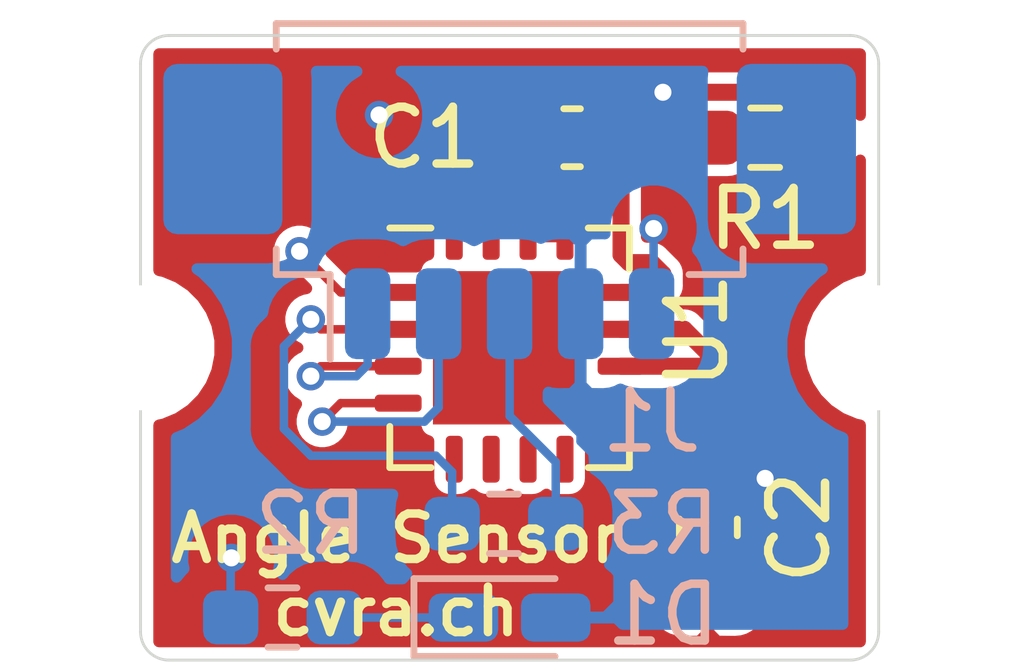
<source format=kicad_pcb>
(kicad_pcb (version 20171130) (host pcbnew 5.1.10)

  (general
    (thickness 1.6)
    (drawings 9)
    (tracks 67)
    (zones 0)
    (modules 10)
    (nets 16)
  )

  (page A4)
  (layers
    (0 F.Cu signal)
    (31 B.Cu signal)
    (32 B.Adhes user)
    (33 F.Adhes user)
    (34 B.Paste user)
    (35 F.Paste user)
    (36 B.SilkS user)
    (37 F.SilkS user)
    (38 B.Mask user)
    (39 F.Mask user)
    (40 Dwgs.User user)
    (41 Cmts.User user)
    (42 Eco1.User user)
    (43 Eco2.User user)
    (44 Edge.Cuts user)
    (45 Margin user)
    (46 B.CrtYd user)
    (47 F.CrtYd user)
    (48 B.Fab user hide)
    (49 F.Fab user hide)
  )

  (setup
    (last_trace_width 0.15)
    (trace_clearance 0.15)
    (zone_clearance 0.2)
    (zone_45_only yes)
    (trace_min 0.15)
    (via_size 0.5)
    (via_drill 0.3)
    (via_min_size 0.4)
    (via_min_drill 0.3)
    (uvia_size 0.3)
    (uvia_drill 0.1)
    (uvias_allowed no)
    (uvia_min_size 0.2)
    (uvia_min_drill 0.1)
    (edge_width 0.05)
    (segment_width 0.2)
    (pcb_text_width 0.3)
    (pcb_text_size 1.5 1.5)
    (mod_edge_width 0.12)
    (mod_text_size 1 1)
    (mod_text_width 0.15)
    (pad_size 1.524 1.524)
    (pad_drill 0.762)
    (pad_to_mask_clearance 0)
    (aux_axis_origin 0 0)
    (visible_elements FFFFFF7F)
    (pcbplotparams
      (layerselection 0x010fc_ffffffff)
      (usegerberextensions false)
      (usegerberattributes true)
      (usegerberadvancedattributes true)
      (creategerberjobfile true)
      (excludeedgelayer true)
      (linewidth 0.100000)
      (plotframeref false)
      (viasonmask false)
      (mode 1)
      (useauxorigin false)
      (hpglpennumber 1)
      (hpglpenspeed 20)
      (hpglpendiameter 15.000000)
      (psnegative false)
      (psa4output false)
      (plotreference true)
      (plotvalue true)
      (plotinvisibletext false)
      (padsonsilk false)
      (subtractmaskfromsilk false)
      (outputformat 1)
      (mirror false)
      (drillshape 1)
      (scaleselection 1)
      (outputdirectory ""))
  )

  (net 0 "")
  (net 1 "Net-(C1-Pad1)")
  (net 2 GND)
  (net 3 +3V3)
  (net 4 "Net-(D1-Pad1)")
  (net 5 /SCK)
  (net 6 /SS)
  (net 7 /MISO)
  (net 8 "Net-(U1-Pad5)")
  (net 9 "Net-(U1-Pad6)")
  (net 10 "Net-(U1-Pad7)")
  (net 11 "Net-(U1-Pad8)")
  (net 12 "Net-(U1-Pad15)")
  (net 13 "Net-(U1-Pad16)")
  (net 14 "Net-(U1-Pad17)")
  (net 15 "Net-(J1-Pad3)")

  (net_class Default "This is the default net class."
    (clearance 0.15)
    (trace_width 0.15)
    (via_dia 0.5)
    (via_drill 0.3)
    (uvia_dia 0.3)
    (uvia_drill 0.1)
    (add_net +3V3)
    (add_net /MISO)
    (add_net /SCK)
    (add_net /SS)
    (add_net GND)
    (add_net "Net-(C1-Pad1)")
    (add_net "Net-(D1-Pad1)")
    (add_net "Net-(J1-Pad3)")
    (add_net "Net-(U1-Pad15)")
    (add_net "Net-(U1-Pad16)")
    (add_net "Net-(U1-Pad17)")
    (add_net "Net-(U1-Pad5)")
    (add_net "Net-(U1-Pad6)")
    (add_net "Net-(U1-Pad7)")
    (add_net "Net-(U1-Pad8)")
  )

  (module MountingHole:MountingHole_2.2mm_M2 locked (layer F.Cu) (tedit 56D1B4CB) (tstamp 61A3F269)
    (at 43 35.5)
    (descr "Mounting Hole 2.2mm, no annular, M2")
    (tags "mounting hole 2.2mm no annular m2")
    (attr virtual)
    (fp_text reference REF** (at 0 -3.2) (layer F.SilkS) hide
      (effects (font (size 1 1) (thickness 0.15)))
    )
    (fp_text value MountingHole_2.2mm_M2 (at 0 3.2) (layer F.Fab)
      (effects (font (size 1 1) (thickness 0.15)))
    )
    (fp_text user %R (at 0.3 0) (layer F.Fab)
      (effects (font (size 1 1) (thickness 0.15)))
    )
    (fp_circle (center 0 0) (end 2.2 0) (layer Cmts.User) (width 0.15))
    (fp_circle (center 0 0) (end 2.45 0) (layer F.CrtYd) (width 0.05))
    (pad 1 np_thru_hole circle (at 0 0) (size 2.2 2.2) (drill 2.2) (layers *.Cu *.Mask))
  )

  (module MountingHole:MountingHole_2.2mm_M2 locked (layer F.Cu) (tedit 56D1B4CB) (tstamp 61A3F130)
    (at 30 35.5)
    (descr "Mounting Hole 2.2mm, no annular, M2")
    (tags "mounting hole 2.2mm no annular m2")
    (attr virtual)
    (fp_text reference REF** (at 0 -3.2) (layer F.SilkS) hide
      (effects (font (size 1 1) (thickness 0.15)))
    )
    (fp_text value MountingHole_2.2mm_M2 (at 0 3.2) (layer F.Fab)
      (effects (font (size 1 1) (thickness 0.15)))
    )
    (fp_text user %R (at 0.3 0) (layer F.Fab)
      (effects (font (size 1 1) (thickness 0.15)))
    )
    (fp_circle (center 0 0) (end 2.2 0) (layer Cmts.User) (width 0.15))
    (fp_circle (center 0 0) (end 2.45 0) (layer F.CrtYd) (width 0.05))
    (pad 1 np_thru_hole circle (at 0 0) (size 2.2 2.2) (drill 2.2) (layers *.Cu *.Mask))
  )

  (module Capacitor_SMD:C_0603_1608Metric_Pad1.08x0.95mm_HandSolder (layer F.Cu) (tedit 5F68FEEF) (tstamp 61A3EB8A)
    (at 37.6 31.8 180)
    (descr "Capacitor SMD 0603 (1608 Metric), square (rectangular) end terminal, IPC_7351 nominal with elongated pad for handsoldering. (Body size source: IPC-SM-782 page 76, https://www.pcb-3d.com/wordpress/wp-content/uploads/ipc-sm-782a_amendment_1_and_2.pdf), generated with kicad-footprint-generator")
    (tags "capacitor handsolder")
    (path /61A46521)
    (attr smd)
    (fp_text reference C1 (at 2.6 0) (layer F.SilkS)
      (effects (font (size 1 1) (thickness 0.15)))
    )
    (fp_text value 4u7 (at 0 1.43) (layer F.Fab)
      (effects (font (size 1 1) (thickness 0.15)))
    )
    (fp_line (start 1.65 0.73) (end -1.65 0.73) (layer F.CrtYd) (width 0.05))
    (fp_line (start 1.65 -0.73) (end 1.65 0.73) (layer F.CrtYd) (width 0.05))
    (fp_line (start -1.65 -0.73) (end 1.65 -0.73) (layer F.CrtYd) (width 0.05))
    (fp_line (start -1.65 0.73) (end -1.65 -0.73) (layer F.CrtYd) (width 0.05))
    (fp_line (start -0.146267 0.51) (end 0.146267 0.51) (layer F.SilkS) (width 0.12))
    (fp_line (start -0.146267 -0.51) (end 0.146267 -0.51) (layer F.SilkS) (width 0.12))
    (fp_line (start 0.8 0.4) (end -0.8 0.4) (layer F.Fab) (width 0.1))
    (fp_line (start 0.8 -0.4) (end 0.8 0.4) (layer F.Fab) (width 0.1))
    (fp_line (start -0.8 -0.4) (end 0.8 -0.4) (layer F.Fab) (width 0.1))
    (fp_line (start -0.8 0.4) (end -0.8 -0.4) (layer F.Fab) (width 0.1))
    (fp_text user %R (at 0 0) (layer F.Fab)
      (effects (font (size 0.4 0.4) (thickness 0.06)))
    )
    (pad 1 smd roundrect (at -0.8625 0 180) (size 1.075 0.95) (layers F.Cu F.Paste F.Mask) (roundrect_rratio 0.25)
      (net 1 "Net-(C1-Pad1)"))
    (pad 2 smd roundrect (at 0.8625 0 180) (size 1.075 0.95) (layers F.Cu F.Paste F.Mask) (roundrect_rratio 0.25)
      (net 2 GND))
    (model ${KISYS3DMOD}/Capacitor_SMD.3dshapes/C_0603_1608Metric.wrl
      (at (xyz 0 0 0))
      (scale (xyz 1 1 1))
      (rotate (xyz 0 0 0))
    )
  )

  (module Capacitor_SMD:C_0603_1608Metric_Pad1.08x0.95mm_HandSolder (layer F.Cu) (tedit 5F68FEEF) (tstamp 61A3F733)
    (at 40 38.6625 90)
    (descr "Capacitor SMD 0603 (1608 Metric), square (rectangular) end terminal, IPC_7351 nominal with elongated pad for handsoldering. (Body size source: IPC-SM-782 page 76, https://www.pcb-3d.com/wordpress/wp-content/uploads/ipc-sm-782a_amendment_1_and_2.pdf), generated with kicad-footprint-generator")
    (tags "capacitor handsolder")
    (path /61A5541C)
    (attr smd)
    (fp_text reference C2 (at 0 1.6 90) (layer F.SilkS)
      (effects (font (size 1 1) (thickness 0.15)))
    )
    (fp_text value 100n (at 0 1.43 90) (layer F.Fab)
      (effects (font (size 1 1) (thickness 0.15)))
    )
    (fp_text user %R (at 0 0 90) (layer F.Fab)
      (effects (font (size 0.4 0.4) (thickness 0.06)))
    )
    (fp_line (start -0.8 0.4) (end -0.8 -0.4) (layer F.Fab) (width 0.1))
    (fp_line (start -0.8 -0.4) (end 0.8 -0.4) (layer F.Fab) (width 0.1))
    (fp_line (start 0.8 -0.4) (end 0.8 0.4) (layer F.Fab) (width 0.1))
    (fp_line (start 0.8 0.4) (end -0.8 0.4) (layer F.Fab) (width 0.1))
    (fp_line (start -0.146267 -0.51) (end 0.146267 -0.51) (layer F.SilkS) (width 0.12))
    (fp_line (start -0.146267 0.51) (end 0.146267 0.51) (layer F.SilkS) (width 0.12))
    (fp_line (start -1.65 0.73) (end -1.65 -0.73) (layer F.CrtYd) (width 0.05))
    (fp_line (start -1.65 -0.73) (end 1.65 -0.73) (layer F.CrtYd) (width 0.05))
    (fp_line (start 1.65 -0.73) (end 1.65 0.73) (layer F.CrtYd) (width 0.05))
    (fp_line (start 1.65 0.73) (end -1.65 0.73) (layer F.CrtYd) (width 0.05))
    (pad 2 smd roundrect (at 0.8625 0 90) (size 1.075 0.95) (layers F.Cu F.Paste F.Mask) (roundrect_rratio 0.25)
      (net 3 +3V3))
    (pad 1 smd roundrect (at -0.8625 0 90) (size 1.075 0.95) (layers F.Cu F.Paste F.Mask) (roundrect_rratio 0.25)
      (net 2 GND))
    (model ${KISYS3DMOD}/Capacitor_SMD.3dshapes/C_0603_1608Metric.wrl
      (at (xyz 0 0 0))
      (scale (xyz 1 1 1))
      (rotate (xyz 0 0 0))
    )
  )

  (module LED_SMD:LED_0603_1608Metric_Castellated (layer B.Cu) (tedit 5F68FEF1) (tstamp 61A3EBAE)
    (at 36.5 40.25)
    (descr "LED SMD 0603 (1608 Metric), castellated end terminal, IPC_7351 nominal, (Body size source: http://www.tortai-tech.com/upload/download/2011102023233369053.pdf), generated with kicad-footprint-generator")
    (tags "LED castellated")
    (path /61A71412)
    (attr smd)
    (fp_text reference D1 (at 2.7 -0.05) (layer B.SilkS)
      (effects (font (size 1 1) (thickness 0.15)) (justify mirror))
    )
    (fp_text value LTST-C191KGKT (at 0 -1.38) (layer B.Fab)
      (effects (font (size 1 1) (thickness 0.15)) (justify mirror))
    )
    (fp_line (start 1.68 -0.68) (end -1.68 -0.68) (layer B.CrtYd) (width 0.05))
    (fp_line (start 1.68 0.68) (end 1.68 -0.68) (layer B.CrtYd) (width 0.05))
    (fp_line (start -1.68 0.68) (end 1.68 0.68) (layer B.CrtYd) (width 0.05))
    (fp_line (start -1.68 -0.68) (end -1.68 0.68) (layer B.CrtYd) (width 0.05))
    (fp_line (start -1.685 -0.685) (end 0.8 -0.685) (layer B.SilkS) (width 0.12))
    (fp_line (start -1.685 0.685) (end -1.685 -0.685) (layer B.SilkS) (width 0.12))
    (fp_line (start 0.8 0.685) (end -1.685 0.685) (layer B.SilkS) (width 0.12))
    (fp_line (start 0.8 -0.4) (end 0.8 0.4) (layer B.Fab) (width 0.1))
    (fp_line (start -0.8 -0.4) (end 0.8 -0.4) (layer B.Fab) (width 0.1))
    (fp_line (start -0.8 0.1) (end -0.8 -0.4) (layer B.Fab) (width 0.1))
    (fp_line (start -0.5 0.4) (end -0.8 0.1) (layer B.Fab) (width 0.1))
    (fp_line (start 0.8 0.4) (end -0.5 0.4) (layer B.Fab) (width 0.1))
    (fp_text user %R (at 0 0) (layer B.Fab)
      (effects (font (size 0.4 0.4) (thickness 0.06)) (justify mirror))
    )
    (pad 1 smd roundrect (at -0.8125 0) (size 1.225 0.85) (layers B.Cu B.Paste B.Mask) (roundrect_rratio 0.25)
      (net 4 "Net-(D1-Pad1)"))
    (pad 2 smd roundrect (at 0.8125 0) (size 1.225 0.85) (layers B.Cu B.Paste B.Mask) (roundrect_rratio 0.25)
      (net 3 +3V3))
    (model ${KISYS3DMOD}/LED_SMD.3dshapes/LED_0603_1608Metric_Castellated.wrl
      (at (xyz 0 0 0))
      (scale (xyz 1 1 1))
      (rotate (xyz 0 0 0))
    )
  )

  (module Connector_Molex:Molex_PicoBlade_53261-0571_1x05-1MP_P1.25mm_Horizontal (layer B.Cu) (tedit 5B78AD89) (tstamp 61A3EE1E)
    (at 36.5 32.5)
    (descr "Molex PicoBlade series connector, 53261-0571 (http://www.molex.com/pdm_docs/sd/532610271_sd.pdf), generated with kicad-footprint-generator")
    (tags "connector Molex PicoBlade top entry")
    (path /61A3A7FC)
    (attr smd)
    (fp_text reference J1 (at 2.5 4.3 180) (layer B.SilkS)
      (effects (font (size 1 1) (thickness 0.15)) (justify mirror))
    )
    (fp_text value "Picoblade 5 pin" (at 0 -3.8) (layer B.Fab)
      (effects (font (size 1 1) (thickness 0.15)) (justify mirror))
    )
    (fp_line (start -2.5 0.892893) (end -2 1.6) (layer B.Fab) (width 0.1))
    (fp_line (start -3 1.6) (end -2.5 0.892893) (layer B.Fab) (width 0.1))
    (fp_line (start 6.6 3.7) (end -6.6 3.7) (layer B.CrtYd) (width 0.05))
    (fp_line (start 6.6 -3.1) (end 6.6 3.7) (layer B.CrtYd) (width 0.05))
    (fp_line (start -6.6 -3.1) (end 6.6 -3.1) (layer B.CrtYd) (width 0.05))
    (fp_line (start -6.6 3.7) (end -6.6 -3.1) (layer B.CrtYd) (width 0.05))
    (fp_line (start 5.5 -2.2) (end 4 -2.2) (layer B.Fab) (width 0.1))
    (fp_line (start 5.5 -1.6) (end 5.5 -2.2) (layer B.Fab) (width 0.1))
    (fp_line (start 5.7 -1.4) (end 5.5 -1.6) (layer B.Fab) (width 0.1))
    (fp_line (start 5.7 0.4) (end 5.7 -1.4) (layer B.Fab) (width 0.1))
    (fp_line (start 5.5 0.6) (end 5.7 0.4) (layer B.Fab) (width 0.1))
    (fp_line (start 4 0.6) (end 5.5 0.6) (layer B.Fab) (width 0.1))
    (fp_line (start -5.5 -2.2) (end -4 -2.2) (layer B.Fab) (width 0.1))
    (fp_line (start -5.5 -1.6) (end -5.5 -2.2) (layer B.Fab) (width 0.1))
    (fp_line (start -5.7 -1.4) (end -5.5 -1.6) (layer B.Fab) (width 0.1))
    (fp_line (start -5.7 0.4) (end -5.7 -1.4) (layer B.Fab) (width 0.1))
    (fp_line (start -5.5 0.6) (end -5.7 0.4) (layer B.Fab) (width 0.1))
    (fp_line (start -4 0.6) (end -5.5 0.6) (layer B.Fab) (width 0.1))
    (fp_line (start 4 1.6) (end 4 -2.6) (layer B.Fab) (width 0.1))
    (fp_line (start -4 1.6) (end -4 -2.6) (layer B.Fab) (width 0.1))
    (fp_line (start -4 -2.6) (end 4 -2.6) (layer B.Fab) (width 0.1))
    (fp_line (start 4.11 -2.71) (end 4.11 -2.26) (layer B.SilkS) (width 0.12))
    (fp_line (start -4.11 -2.71) (end 4.11 -2.71) (layer B.SilkS) (width 0.12))
    (fp_line (start -4.11 -2.26) (end -4.11 -2.71) (layer B.SilkS) (width 0.12))
    (fp_line (start 4.11 1.71) (end 3.16 1.71) (layer B.SilkS) (width 0.12))
    (fp_line (start 4.11 1.26) (end 4.11 1.71) (layer B.SilkS) (width 0.12))
    (fp_line (start -3.16 1.71) (end -3.16 3.2) (layer B.SilkS) (width 0.12))
    (fp_line (start -4.11 1.71) (end -3.16 1.71) (layer B.SilkS) (width 0.12))
    (fp_line (start -4.11 1.26) (end -4.11 1.71) (layer B.SilkS) (width 0.12))
    (fp_line (start -4 1.6) (end 4 1.6) (layer B.Fab) (width 0.1))
    (fp_text user %R (at 0 -1.9) (layer B.Fab)
      (effects (font (size 1 1) (thickness 0.15)) (justify mirror))
    )
    (pad 1 smd roundrect (at -2.5 2.4) (size 0.8 1.6) (layers B.Cu B.Paste B.Mask) (roundrect_rratio 0.25)
      (net 5 /SCK))
    (pad 2 smd roundrect (at -1.25 2.4) (size 0.8 1.6) (layers B.Cu B.Paste B.Mask) (roundrect_rratio 0.25)
      (net 6 /SS))
    (pad 3 smd roundrect (at 0 2.4) (size 0.8 1.6) (layers B.Cu B.Paste B.Mask) (roundrect_rratio 0.25)
      (net 15 "Net-(J1-Pad3)"))
    (pad 4 smd roundrect (at 1.25 2.4) (size 0.8 1.6) (layers B.Cu B.Paste B.Mask) (roundrect_rratio 0.25)
      (net 3 +3V3))
    (pad 5 smd roundrect (at 2.5 2.4) (size 0.8 1.6) (layers B.Cu B.Paste B.Mask) (roundrect_rratio 0.25)
      (net 2 GND))
    (pad MP smd roundrect (at -5.05 -0.5) (size 2.1 3) (layers B.Cu B.Paste B.Mask) (roundrect_rratio 0.119048))
    (pad MP smd roundrect (at 5.05 -0.5) (size 2.1 3) (layers B.Cu B.Paste B.Mask) (roundrect_rratio 0.119048))
    (model ${KISYS3DMOD}/Connector_Molex.3dshapes/Molex_PicoBlade_53261-0571_1x05-1MP_P1.25mm_Horizontal.wrl
      (at (xyz 0 0 0))
      (scale (xyz 1 1 1))
      (rotate (xyz 0 0 0))
    )
  )

  (module Resistor_SMD:R_0603_1608Metric_Pad0.98x0.95mm_HandSolder (layer F.Cu) (tedit 5F68FEEE) (tstamp 61A3EBE9)
    (at 41 31.8 180)
    (descr "Resistor SMD 0603 (1608 Metric), square (rectangular) end terminal, IPC_7351 nominal with elongated pad for handsoldering. (Body size source: IPC-SM-782 page 72, https://www.pcb-3d.com/wordpress/wp-content/uploads/ipc-sm-782a_amendment_1_and_2.pdf), generated with kicad-footprint-generator")
    (tags "resistor handsolder")
    (path /61A45D3E)
    (attr smd)
    (fp_text reference R1 (at 0 -1.43) (layer F.SilkS)
      (effects (font (size 1 1) (thickness 0.15)))
    )
    (fp_text value 15 (at 0 1.43) (layer F.Fab)
      (effects (font (size 1 1) (thickness 0.15)))
    )
    (fp_line (start 1.65 0.73) (end -1.65 0.73) (layer F.CrtYd) (width 0.05))
    (fp_line (start 1.65 -0.73) (end 1.65 0.73) (layer F.CrtYd) (width 0.05))
    (fp_line (start -1.65 -0.73) (end 1.65 -0.73) (layer F.CrtYd) (width 0.05))
    (fp_line (start -1.65 0.73) (end -1.65 -0.73) (layer F.CrtYd) (width 0.05))
    (fp_line (start -0.254724 0.5225) (end 0.254724 0.5225) (layer F.SilkS) (width 0.12))
    (fp_line (start -0.254724 -0.5225) (end 0.254724 -0.5225) (layer F.SilkS) (width 0.12))
    (fp_line (start 0.8 0.4125) (end -0.8 0.4125) (layer F.Fab) (width 0.1))
    (fp_line (start 0.8 -0.4125) (end 0.8 0.4125) (layer F.Fab) (width 0.1))
    (fp_line (start -0.8 -0.4125) (end 0.8 -0.4125) (layer F.Fab) (width 0.1))
    (fp_line (start -0.8 0.4125) (end -0.8 -0.4125) (layer F.Fab) (width 0.1))
    (fp_text user %R (at 0 0) (layer F.Fab)
      (effects (font (size 0.4 0.4) (thickness 0.06)))
    )
    (pad 1 smd roundrect (at -0.9125 0 180) (size 0.975 0.95) (layers F.Cu F.Paste F.Mask) (roundrect_rratio 0.25)
      (net 3 +3V3))
    (pad 2 smd roundrect (at 0.9125 0 180) (size 0.975 0.95) (layers F.Cu F.Paste F.Mask) (roundrect_rratio 0.25)
      (net 1 "Net-(C1-Pad1)"))
    (model ${KISYS3DMOD}/Resistor_SMD.3dshapes/R_0603_1608Metric.wrl
      (at (xyz 0 0 0))
      (scale (xyz 1 1 1))
      (rotate (xyz 0 0 0))
    )
  )

  (module Resistor_SMD:R_0603_1608Metric_Pad0.98x0.95mm_HandSolder (layer B.Cu) (tedit 5F68FEEE) (tstamp 61A3F414)
    (at 32.5 40.25 180)
    (descr "Resistor SMD 0603 (1608 Metric), square (rectangular) end terminal, IPC_7351 nominal with elongated pad for handsoldering. (Body size source: IPC-SM-782 page 72, https://www.pcb-3d.com/wordpress/wp-content/uploads/ipc-sm-782a_amendment_1_and_2.pdf), generated with kicad-footprint-generator")
    (tags "resistor handsolder")
    (path /61A71A97)
    (attr smd)
    (fp_text reference R2 (at -0.5 1.65) (layer B.SilkS)
      (effects (font (size 1 1) (thickness 0.15)) (justify mirror))
    )
    (fp_text value 270 (at 0 -1.43) (layer B.Fab)
      (effects (font (size 1 1) (thickness 0.15)) (justify mirror))
    )
    (fp_text user %R (at 0 0) (layer B.Fab)
      (effects (font (size 0.4 0.4) (thickness 0.06)) (justify mirror))
    )
    (fp_line (start -0.8 -0.4125) (end -0.8 0.4125) (layer B.Fab) (width 0.1))
    (fp_line (start -0.8 0.4125) (end 0.8 0.4125) (layer B.Fab) (width 0.1))
    (fp_line (start 0.8 0.4125) (end 0.8 -0.4125) (layer B.Fab) (width 0.1))
    (fp_line (start 0.8 -0.4125) (end -0.8 -0.4125) (layer B.Fab) (width 0.1))
    (fp_line (start -0.254724 0.5225) (end 0.254724 0.5225) (layer B.SilkS) (width 0.12))
    (fp_line (start -0.254724 -0.5225) (end 0.254724 -0.5225) (layer B.SilkS) (width 0.12))
    (fp_line (start -1.65 -0.73) (end -1.65 0.73) (layer B.CrtYd) (width 0.05))
    (fp_line (start -1.65 0.73) (end 1.65 0.73) (layer B.CrtYd) (width 0.05))
    (fp_line (start 1.65 0.73) (end 1.65 -0.73) (layer B.CrtYd) (width 0.05))
    (fp_line (start 1.65 -0.73) (end -1.65 -0.73) (layer B.CrtYd) (width 0.05))
    (pad 2 smd roundrect (at 0.9125 0 180) (size 0.975 0.95) (layers B.Cu B.Paste B.Mask) (roundrect_rratio 0.25)
      (net 2 GND))
    (pad 1 smd roundrect (at -0.9125 0 180) (size 0.975 0.95) (layers B.Cu B.Paste B.Mask) (roundrect_rratio 0.25)
      (net 4 "Net-(D1-Pad1)"))
    (model ${KISYS3DMOD}/Resistor_SMD.3dshapes/R_0603_1608Metric.wrl
      (at (xyz 0 0 0))
      (scale (xyz 1 1 1))
      (rotate (xyz 0 0 0))
    )
  )

  (module Package_DFN_QFN:QFN-16-1EP_4x4mm_P0.65mm_EP2.7x2.7mm locked (layer F.Cu) (tedit 5DC5F6A3) (tstamp 61A3EC24)
    (at 36.5 35.5)
    (descr "QFN, 16 Pin (https://www.allegromicro.com/~/media/Files/Datasheets/A4403-Datasheet.ashx), generated with kicad-footprint-generator ipc_noLead_generator.py")
    (tags "QFN NoLead")
    (path /61A43EC5)
    (attr smd)
    (fp_text reference U1 (at 3.3 -0.3 270) (layer F.SilkS)
      (effects (font (size 1 1) (thickness 0.15)))
    )
    (fp_text value AS5055A (at 0 3.32) (layer F.Fab)
      (effects (font (size 1 1) (thickness 0.15)))
    )
    (fp_line (start 2.62 -2.62) (end -2.62 -2.62) (layer F.CrtYd) (width 0.05))
    (fp_line (start 2.62 2.62) (end 2.62 -2.62) (layer F.CrtYd) (width 0.05))
    (fp_line (start -2.62 2.62) (end 2.62 2.62) (layer F.CrtYd) (width 0.05))
    (fp_line (start -2.62 -2.62) (end -2.62 2.62) (layer F.CrtYd) (width 0.05))
    (fp_line (start -2 -1) (end -1 -2) (layer F.Fab) (width 0.1))
    (fp_line (start -2 2) (end -2 -1) (layer F.Fab) (width 0.1))
    (fp_line (start 2 2) (end -2 2) (layer F.Fab) (width 0.1))
    (fp_line (start 2 -2) (end 2 2) (layer F.Fab) (width 0.1))
    (fp_line (start -1 -2) (end 2 -2) (layer F.Fab) (width 0.1))
    (fp_line (start -1.385 -2.11) (end -2.11 -2.11) (layer F.SilkS) (width 0.12))
    (fp_line (start 2.11 2.11) (end 2.11 1.385) (layer F.SilkS) (width 0.12))
    (fp_line (start 1.385 2.11) (end 2.11 2.11) (layer F.SilkS) (width 0.12))
    (fp_line (start -2.11 2.11) (end -2.11 1.385) (layer F.SilkS) (width 0.12))
    (fp_line (start -1.385 2.11) (end -2.11 2.11) (layer F.SilkS) (width 0.12))
    (fp_line (start 2.11 -2.11) (end 2.11 -1.385) (layer F.SilkS) (width 0.12))
    (fp_line (start 1.385 -2.11) (end 2.11 -2.11) (layer F.SilkS) (width 0.12))
    (fp_text user %R (at 0 0) (layer F.Fab)
      (effects (font (size 1 1) (thickness 0.15)))
    )
    (pad 1 smd roundrect (at -1.9625 -0.975) (size 0.825 0.3) (layers F.Cu F.Paste F.Mask) (roundrect_rratio 0.25)
      (net 3 +3V3))
    (pad 2 smd roundrect (at -1.9625 -0.325) (size 0.825 0.3) (layers F.Cu F.Paste F.Mask) (roundrect_rratio 0.25)
      (net 7 /MISO))
    (pad 3 smd roundrect (at -1.9625 0.325) (size 0.825 0.3) (layers F.Cu F.Paste F.Mask) (roundrect_rratio 0.25)
      (net 5 /SCK))
    (pad 4 smd roundrect (at -1.9625 0.975) (size 0.825 0.3) (layers F.Cu F.Paste F.Mask) (roundrect_rratio 0.25)
      (net 6 /SS))
    (pad 5 smd roundrect (at -0.975 1.9625) (size 0.3 0.825) (layers F.Cu F.Paste F.Mask) (roundrect_rratio 0.25)
      (net 8 "Net-(U1-Pad5)"))
    (pad 6 smd roundrect (at -0.325 1.9625) (size 0.3 0.825) (layers F.Cu F.Paste F.Mask) (roundrect_rratio 0.25)
      (net 9 "Net-(U1-Pad6)"))
    (pad 7 smd roundrect (at 0.325 1.9625) (size 0.3 0.825) (layers F.Cu F.Paste F.Mask) (roundrect_rratio 0.25)
      (net 10 "Net-(U1-Pad7)"))
    (pad 8 smd roundrect (at 0.975 1.9625) (size 0.3 0.825) (layers F.Cu F.Paste F.Mask) (roundrect_rratio 0.25)
      (net 11 "Net-(U1-Pad8)"))
    (pad 9 smd roundrect (at 1.9625 0.975) (size 0.825 0.3) (layers F.Cu F.Paste F.Mask) (roundrect_rratio 0.25)
      (net 2 GND))
    (pad 10 smd roundrect (at 1.9625 0.325) (size 0.825 0.3) (layers F.Cu F.Paste F.Mask) (roundrect_rratio 0.25)
      (net 3 +3V3))
    (pad 11 smd roundrect (at 1.9625 -0.325) (size 0.825 0.3) (layers F.Cu F.Paste F.Mask) (roundrect_rratio 0.25)
      (net 3 +3V3))
    (pad 12 smd roundrect (at 1.9625 -0.975) (size 0.825 0.3) (layers F.Cu F.Paste F.Mask) (roundrect_rratio 0.25)
      (net 1 "Net-(C1-Pad1)"))
    (pad 13 smd roundrect (at 0.975 -1.9625) (size 0.3 0.825) (layers F.Cu F.Paste F.Mask) (roundrect_rratio 0.25)
      (net 2 GND))
    (pad 14 smd roundrect (at 0.325 -1.9625) (size 0.3 0.825) (layers F.Cu F.Paste F.Mask) (roundrect_rratio 0.25)
      (net 2 GND))
    (pad 15 smd roundrect (at -0.325 -1.9625) (size 0.3 0.825) (layers F.Cu F.Paste F.Mask) (roundrect_rratio 0.25)
      (net 12 "Net-(U1-Pad15)"))
    (pad 16 smd roundrect (at -0.975 -1.9625) (size 0.3 0.825) (layers F.Cu F.Paste F.Mask) (roundrect_rratio 0.25)
      (net 13 "Net-(U1-Pad16)"))
    (pad 17 smd rect (at 0 0) (size 2.7 2.7) (layers F.Cu F.Mask)
      (net 14 "Net-(U1-Pad17)"))
    (pad "" smd roundrect (at -0.675 -0.675) (size 1.09 1.09) (layers F.Paste) (roundrect_rratio 0.229358))
    (pad "" smd roundrect (at -0.675 0.675) (size 1.09 1.09) (layers F.Paste) (roundrect_rratio 0.229358))
    (pad "" smd roundrect (at 0.675 -0.675) (size 1.09 1.09) (layers F.Paste) (roundrect_rratio 0.229358))
    (pad "" smd roundrect (at 0.675 0.675) (size 1.09 1.09) (layers F.Paste) (roundrect_rratio 0.229358))
    (model ${KISYS3DMOD}/Package_DFN_QFN.3dshapes/QFN-16-1EP_4x4mm_P0.65mm_EP2.7x2.7mm.wrl
      (at (xyz 0 0 0))
      (scale (xyz 1 1 1))
      (rotate (xyz 0 0 0))
    )
  )

  (module Resistor_SMD:R_0603_1608Metric_Pad0.98x0.95mm_HandSolder (layer B.Cu) (tedit 5F68FEEE) (tstamp 61A3F609)
    (at 36.4 38.6)
    (descr "Resistor SMD 0603 (1608 Metric), square (rectangular) end terminal, IPC_7351 nominal with elongated pad for handsoldering. (Body size source: IPC-SM-782 page 72, https://www.pcb-3d.com/wordpress/wp-content/uploads/ipc-sm-782a_amendment_1_and_2.pdf), generated with kicad-footprint-generator")
    (tags "resistor handsolder")
    (path /61AACA25)
    (attr smd)
    (fp_text reference R3 (at 2.8 0) (layer B.SilkS)
      (effects (font (size 1 1) (thickness 0.15)) (justify mirror))
    )
    (fp_text value 33 (at 0 -1.43) (layer B.Fab)
      (effects (font (size 1 1) (thickness 0.15)) (justify mirror))
    )
    (fp_line (start 1.65 -0.73) (end -1.65 -0.73) (layer B.CrtYd) (width 0.05))
    (fp_line (start 1.65 0.73) (end 1.65 -0.73) (layer B.CrtYd) (width 0.05))
    (fp_line (start -1.65 0.73) (end 1.65 0.73) (layer B.CrtYd) (width 0.05))
    (fp_line (start -1.65 -0.73) (end -1.65 0.73) (layer B.CrtYd) (width 0.05))
    (fp_line (start -0.254724 -0.5225) (end 0.254724 -0.5225) (layer B.SilkS) (width 0.12))
    (fp_line (start -0.254724 0.5225) (end 0.254724 0.5225) (layer B.SilkS) (width 0.12))
    (fp_line (start 0.8 -0.4125) (end -0.8 -0.4125) (layer B.Fab) (width 0.1))
    (fp_line (start 0.8 0.4125) (end 0.8 -0.4125) (layer B.Fab) (width 0.1))
    (fp_line (start -0.8 0.4125) (end 0.8 0.4125) (layer B.Fab) (width 0.1))
    (fp_line (start -0.8 -0.4125) (end -0.8 0.4125) (layer B.Fab) (width 0.1))
    (fp_text user %R (at 0 0) (layer B.Fab)
      (effects (font (size 0.4 0.4) (thickness 0.06)) (justify mirror))
    )
    (pad 1 smd roundrect (at -0.9125 0) (size 0.975 0.95) (layers B.Cu B.Paste B.Mask) (roundrect_rratio 0.25)
      (net 7 /MISO))
    (pad 2 smd roundrect (at 0.9125 0) (size 0.975 0.95) (layers B.Cu B.Paste B.Mask) (roundrect_rratio 0.25)
      (net 15 "Net-(J1-Pad3)"))
    (model ${KISYS3DMOD}/Resistor_SMD.3dshapes/R_0603_1608Metric.wrl
      (at (xyz 0 0 0))
      (scale (xyz 1 1 1))
      (rotate (xyz 0 0 0))
    )
  )

  (gr_text "Angle Sensor\ncvra.ch" (at 34.5 39.5) (layer F.SilkS)
    (effects (font (size 0.8 0.8) (thickness 0.15)))
  )
  (gr_arc (start 42.5 40.5) (end 42.5 41) (angle -90) (layer Edge.Cuts) (width 0.05))
  (gr_arc (start 42.5 30.5) (end 43 30.5) (angle -90) (layer Edge.Cuts) (width 0.05))
  (gr_arc (start 30.5 30.5) (end 30.5 30) (angle -90) (layer Edge.Cuts) (width 0.05))
  (gr_arc (start 30.5 40.5) (end 30 40.5) (angle -90) (layer Edge.Cuts) (width 0.05))
  (gr_line (start 30 40.5) (end 30 30.5) (layer Edge.Cuts) (width 0.05) (tstamp 61A3EA31))
  (gr_line (start 42.5 41) (end 30.5 41) (layer Edge.Cuts) (width 0.05))
  (gr_line (start 43 30.5) (end 43 40.5) (layer Edge.Cuts) (width 0.05))
  (gr_line (start 30.5 30) (end 42.5 30) (layer Edge.Cuts) (width 0.05))

  (via (at 34.2 31.4) (size 0.5) (drill 0.3) (layers F.Cu B.Cu) (net 2))
  (segment (start 40.0875 31.8) (end 38.4625 31.8) (width 0.3) (layer F.Cu) (net 1))
  (segment (start 39.075 34.525) (end 38.4625 34.525) (width 0.3) (layer F.Cu) (net 1))
  (segment (start 39.2 34.2) (end 39.2 34.4) (width 0.3) (layer F.Cu) (net 1))
  (segment (start 39.2 34.4) (end 39.075 34.525) (width 0.3) (layer F.Cu) (net 1))
  (segment (start 39 34) (end 38.6 34) (width 0.3) (layer F.Cu) (net 1))
  (segment (start 39 34) (end 39.2 34.2) (width 0.3) (layer F.Cu) (net 1))
  (segment (start 38.4625 33.8625) (end 38.4625 33.3375) (width 0.3) (layer F.Cu) (net 1))
  (segment (start 38.6 34) (end 38.4625 33.8625) (width 0.3) (layer F.Cu) (net 1))
  (segment (start 38.4625 31.8) (end 38.4625 33.3375) (width 0.3) (layer F.Cu) (net 1))
  (segment (start 36.825 31.8875) (end 36.7375 31.8) (width 0.15) (layer F.Cu) (net 2))
  (segment (start 36.825 33.5375) (end 36.825 32.625) (width 0.15) (layer F.Cu) (net 2))
  (segment (start 36.825 32.625) (end 37.225 32.625) (width 0.15) (layer F.Cu) (net 2))
  (segment (start 36.825 32.625) (end 36.825 31.8875) (width 0.15) (layer F.Cu) (net 2))
  (segment (start 37.475 32.875) (end 37.475 33.5375) (width 0.15) (layer F.Cu) (net 2))
  (segment (start 37.225 32.625) (end 37.475 32.875) (width 0.15) (layer F.Cu) (net 2))
  (via (at 31.6 39.2) (size 0.5) (drill 0.3) (layers F.Cu B.Cu) (net 2))
  (segment (start 31.5875 39.2125) (end 31.6 39.2) (width 0.15) (layer B.Cu) (net 2))
  (segment (start 31.5875 40.25) (end 31.5875 39.2125) (width 0.15) (layer B.Cu) (net 2))
  (via (at 39.035876 33.4) (size 0.5) (drill 0.3) (layers F.Cu B.Cu) (net 2))
  (segment (start 39.035876 34.864124) (end 39 34.9) (width 0.15) (layer B.Cu) (net 2))
  (segment (start 39.035876 33.4) (end 39.035876 34.864124) (width 0.15) (layer B.Cu) (net 2))
  (segment (start 39.575 35.175) (end 38.4625 35.175) (width 0.3) (layer F.Cu) (net 3))
  (segment (start 40 35.6) (end 39.575 35.175) (width 0.3) (layer F.Cu) (net 3))
  (segment (start 39.975 35.825) (end 40 35.8) (width 0.3) (layer F.Cu) (net 3))
  (segment (start 38.4625 35.825) (end 39.975 35.825) (width 0.3) (layer F.Cu) (net 3))
  (segment (start 40 35.8) (end 40 35.6) (width 0.3) (layer F.Cu) (net 3))
  (segment (start 40 37.8) (end 40 35.8) (width 0.3) (layer F.Cu) (net 3))
  (via (at 39.2 31) (size 0.5) (drill 0.3) (layers F.Cu B.Cu) (net 3))
  (segment (start 41.1125 31) (end 39.2 31) (width 0.3) (layer F.Cu) (net 3))
  (segment (start 41.9125 31.8) (end 41.1125 31) (width 0.3) (layer F.Cu) (net 3))
  (segment (start 37.75 37.15) (end 37.75 34.9) (width 0.15) (layer B.Cu) (net 3))
  (segment (start 38.4 37.8) (end 37.75 37.15) (width 0.15) (layer B.Cu) (net 3))
  (segment (start 38.15 40.25) (end 37.3125 40.25) (width 0.15) (layer B.Cu) (net 3))
  (segment (start 38.4 40) (end 38.15 40.25) (width 0.15) (layer B.Cu) (net 3))
  (segment (start 38.4 38.2) (end 38.4 40) (width 0.15) (layer B.Cu) (net 3))
  (segment (start 38.4 38.2) (end 38.4 37.8) (width 0.15) (layer B.Cu) (net 3))
  (via (at 41 37.8) (size 0.5) (drill 0.3) (layers F.Cu B.Cu) (net 3))
  (segment (start 40 37.8) (end 41 37.8) (width 0.3) (layer F.Cu) (net 3))
  (segment (start 34.5375 34.525) (end 33.525 34.525) (width 0.15) (layer F.Cu) (net 3))
  (via (at 32.8 33.8) (size 0.5) (drill 0.3) (layers F.Cu B.Cu) (net 3))
  (segment (start 33.525 34.525) (end 32.8 33.8) (width 0.15) (layer F.Cu) (net 3))
  (segment (start 35.6875 40.25) (end 33.4125 40.25) (width 0.15) (layer B.Cu) (net 4))
  (segment (start 34 34.9) (end 34 35.8) (width 0.15) (layer B.Cu) (net 5))
  (via (at 33 36) (size 0.5) (drill 0.3) (layers F.Cu B.Cu) (net 5))
  (segment (start 33.8 36) (end 33 36) (width 0.15) (layer B.Cu) (net 5))
  (segment (start 34 35.8) (end 33.8 36) (width 0.15) (layer B.Cu) (net 5))
  (segment (start 33.175 35.825) (end 33 36) (width 0.15) (layer F.Cu) (net 5))
  (segment (start 34.5375 35.825) (end 33.175 35.825) (width 0.15) (layer F.Cu) (net 5))
  (via (at 33.2 36.8) (size 0.5) (drill 0.3) (layers F.Cu B.Cu) (net 6))
  (segment (start 33.525 36.475) (end 33.2 36.8) (width 0.15) (layer F.Cu) (net 6))
  (segment (start 34.5375 36.475) (end 33.525 36.475) (width 0.15) (layer F.Cu) (net 6))
  (segment (start 33.2 36.8) (end 35 36.8) (width 0.15) (layer B.Cu) (net 6))
  (segment (start 35.25 36.55) (end 35.25 34.9) (width 0.15) (layer B.Cu) (net 6))
  (segment (start 35 36.8) (end 35.25 36.55) (width 0.15) (layer B.Cu) (net 6))
  (via (at 33 35) (size 0.5) (drill 0.3) (layers F.Cu B.Cu) (net 7))
  (segment (start 33.175 35.175) (end 33 35) (width 0.15) (layer F.Cu) (net 7))
  (segment (start 34.5375 35.175) (end 33.175 35.175) (width 0.15) (layer F.Cu) (net 7))
  (segment (start 32.524999 35.475001) (end 32.524999 36.924999) (width 0.15) (layer B.Cu) (net 7))
  (segment (start 33 35) (end 32.524999 35.475001) (width 0.15) (layer B.Cu) (net 7))
  (segment (start 35.4875 38.6) (end 35.4875 37.6875) (width 0.15) (layer B.Cu) (net 7))
  (segment (start 35.2 37.4) (end 33 37.4) (width 0.15) (layer B.Cu) (net 7))
  (segment (start 35.4875 37.6875) (end 35.2 37.4) (width 0.15) (layer B.Cu) (net 7))
  (segment (start 32.524999 36.924999) (end 33 37.4) (width 0.15) (layer B.Cu) (net 7))
  (segment (start 37.3125 38.6) (end 37.3125 37.5125) (width 0.15) (layer B.Cu) (net 15))
  (segment (start 36.5 36.7) (end 36.5 34.9) (width 0.15) (layer B.Cu) (net 15))
  (segment (start 37.3125 37.5125) (end 36.5 36.7) (width 0.15) (layer B.Cu) (net 15))

  (zone (net 2) (net_name GND) (layer F.Cu) (tstamp 61A41039) (hatch edge 0.508)
    (connect_pads (clearance 0.2))
    (min_thickness 0.2)
    (fill yes (arc_segments 32) (thermal_gap 0.508) (thermal_bridge_width 0.21))
    (polygon
      (pts
        (xy 43 41) (xy 30 41) (xy 30 30) (xy 43 30)
      )
    )
    (filled_polygon
      (pts
        (xy 42.675 31.404297) (xy 42.660426 31.356252) (xy 42.610621 31.263075) (xy 42.543596 31.181404) (xy 42.461925 31.114379)
        (xy 42.368748 31.064574) (xy 42.267644 31.033905) (xy 42.1625 31.023549) (xy 41.772444 31.023549) (xy 41.446329 30.697433)
        (xy 41.432237 30.680263) (xy 41.363716 30.624029) (xy 41.285541 30.582243) (xy 41.200715 30.556511) (xy 41.134605 30.55)
        (xy 41.134594 30.55) (xy 41.1125 30.547824) (xy 41.090406 30.55) (xy 39.516501 30.55) (xy 39.460523 30.512597)
        (xy 39.360429 30.471136) (xy 39.25417 30.45) (xy 39.14583 30.45) (xy 39.039571 30.471136) (xy 38.939477 30.512597)
        (xy 38.849396 30.572787) (xy 38.772787 30.649396) (xy 38.712597 30.739477) (xy 38.671136 30.839571) (xy 38.65 30.94583)
        (xy 38.65 31.023549) (xy 38.1625 31.023549) (xy 38.057356 31.033905) (xy 37.956252 31.064574) (xy 37.863075 31.114379)
        (xy 37.849778 31.125292) (xy 37.839437 31.091203) (xy 37.78298 30.985579) (xy 37.707001 30.892999) (xy 37.614421 30.81702)
        (xy 37.508797 30.760563) (xy 37.394189 30.725797) (xy 37.275 30.714058) (xy 36.8945 30.717) (xy 36.7425 30.869)
        (xy 36.7425 31.795) (xy 36.7625 31.795) (xy 36.7625 31.805) (xy 36.7425 31.805) (xy 36.7425 31.825)
        (xy 36.7325 31.825) (xy 36.7325 31.805) (xy 35.744 31.805) (xy 35.592 31.957) (xy 35.589058 32.275)
        (xy 35.600797 32.394189) (xy 35.635563 32.508797) (xy 35.69202 32.614421) (xy 35.767999 32.707001) (xy 35.860579 32.78298)
        (xy 35.966203 32.839437) (xy 35.982115 32.844264) (xy 35.955938 32.852205) (xy 35.890855 32.886992) (xy 35.85 32.920521)
        (xy 35.809145 32.886992) (xy 35.744062 32.852205) (xy 35.673442 32.830782) (xy 35.6 32.823549) (xy 35.45 32.823549)
        (xy 35.376558 32.830782) (xy 35.305938 32.852205) (xy 35.240855 32.886992) (xy 35.183809 32.933809) (xy 35.136992 32.990855)
        (xy 35.102205 33.055938) (xy 35.080782 33.126558) (xy 35.073549 33.2) (xy 35.073549 33.859693) (xy 35.03464 33.871496)
        (xy 34.982523 33.899353) (xy 34.936842 33.936842) (xy 34.899353 33.982523) (xy 34.871496 34.03464) (xy 34.859693 34.073549)
        (xy 34.2 34.073549) (xy 34.126558 34.080782) (xy 34.055938 34.102205) (xy 33.990855 34.136992) (xy 33.975005 34.15)
        (xy 33.68033 34.15) (xy 33.35 33.819671) (xy 33.35 33.74583) (xy 33.328864 33.639571) (xy 33.287403 33.539477)
        (xy 33.227213 33.449396) (xy 33.150604 33.372787) (xy 33.060523 33.312597) (xy 32.960429 33.271136) (xy 32.85417 33.25)
        (xy 32.74583 33.25) (xy 32.639571 33.271136) (xy 32.539477 33.312597) (xy 32.449396 33.372787) (xy 32.372787 33.449396)
        (xy 32.312597 33.539477) (xy 32.271136 33.639571) (xy 32.25 33.74583) (xy 32.25 33.85417) (xy 32.271136 33.960429)
        (xy 32.312597 34.060523) (xy 32.372787 34.150604) (xy 32.449396 34.227213) (xy 32.539477 34.287403) (xy 32.639571 34.328864)
        (xy 32.74583 34.35) (xy 32.819671 34.35) (xy 32.924011 34.45434) (xy 32.839571 34.471136) (xy 32.739477 34.512597)
        (xy 32.649396 34.572787) (xy 32.572787 34.649396) (xy 32.512597 34.739477) (xy 32.471136 34.839571) (xy 32.45 34.94583)
        (xy 32.45 35.05417) (xy 32.471136 35.160429) (xy 32.512597 35.260523) (xy 32.572787 35.350604) (xy 32.649396 35.427213)
        (xy 32.739477 35.487403) (xy 32.769888 35.5) (xy 32.739477 35.512597) (xy 32.649396 35.572787) (xy 32.572787 35.649396)
        (xy 32.512597 35.739477) (xy 32.471136 35.839571) (xy 32.45 35.94583) (xy 32.45 36.05417) (xy 32.471136 36.160429)
        (xy 32.512597 36.260523) (xy 32.572787 36.350604) (xy 32.649396 36.427213) (xy 32.739477 36.487403) (xy 32.745676 36.489971)
        (xy 32.712597 36.539477) (xy 32.671136 36.639571) (xy 32.65 36.74583) (xy 32.65 36.85417) (xy 32.671136 36.960429)
        (xy 32.712597 37.060523) (xy 32.772787 37.150604) (xy 32.849396 37.227213) (xy 32.939477 37.287403) (xy 33.039571 37.328864)
        (xy 33.14583 37.35) (xy 33.25417 37.35) (xy 33.360429 37.328864) (xy 33.460523 37.287403) (xy 33.550604 37.227213)
        (xy 33.627213 37.150604) (xy 33.687403 37.060523) (xy 33.728864 36.960429) (xy 33.75 36.85417) (xy 33.75 36.85)
        (xy 33.975005 36.85) (xy 33.990855 36.863008) (xy 34.055938 36.897795) (xy 34.126558 36.919218) (xy 34.2 36.926451)
        (xy 34.859693 36.926451) (xy 34.871496 36.96536) (xy 34.899353 37.017477) (xy 34.936842 37.063158) (xy 34.982523 37.100647)
        (xy 35.03464 37.128504) (xy 35.073549 37.140307) (xy 35.073549 37.8) (xy 35.080782 37.873442) (xy 35.102205 37.944062)
        (xy 35.136992 38.009145) (xy 35.183809 38.066191) (xy 35.240855 38.113008) (xy 35.305938 38.147795) (xy 35.376558 38.169218)
        (xy 35.45 38.176451) (xy 35.6 38.176451) (xy 35.673442 38.169218) (xy 35.744062 38.147795) (xy 35.809145 38.113008)
        (xy 35.85 38.079479) (xy 35.890855 38.113008) (xy 35.955938 38.147795) (xy 36.026558 38.169218) (xy 36.1 38.176451)
        (xy 36.25 38.176451) (xy 36.323442 38.169218) (xy 36.394062 38.147795) (xy 36.459145 38.113008) (xy 36.5 38.079479)
        (xy 36.540855 38.113008) (xy 36.605938 38.147795) (xy 36.676558 38.169218) (xy 36.75 38.176451) (xy 36.9 38.176451)
        (xy 36.973442 38.169218) (xy 37.044062 38.147795) (xy 37.109145 38.113008) (xy 37.15 38.079479) (xy 37.190855 38.113008)
        (xy 37.255938 38.147795) (xy 37.326558 38.169218) (xy 37.4 38.176451) (xy 37.55 38.176451) (xy 37.623442 38.169218)
        (xy 37.694062 38.147795) (xy 37.759145 38.113008) (xy 37.816191 38.066191) (xy 37.863008 38.009145) (xy 37.897795 37.944062)
        (xy 37.919218 37.873442) (xy 37.926451 37.8) (xy 37.926451 37.222606) (xy 37.93374 37.224778) (xy 38.052984 37.235935)
        (xy 38.3055 37.233) (xy 38.4575 37.081) (xy 38.4575 36.48) (xy 38.4675 36.48) (xy 38.4675 37.081)
        (xy 38.6195 37.233) (xy 38.872016 37.235935) (xy 38.99126 37.224778) (xy 39.106037 37.190572) (xy 39.211936 37.134632)
        (xy 39.304886 37.059106) (xy 39.381316 36.966899) (xy 39.438288 36.861552) (xy 39.473614 36.747114) (xy 39.483 36.632)
        (xy 39.331 36.48) (xy 38.4675 36.48) (xy 38.4575 36.48) (xy 38.4375 36.48) (xy 38.4375 36.47)
        (xy 38.4575 36.47) (xy 38.4575 36.45) (xy 38.4675 36.45) (xy 38.4675 36.47) (xy 39.331 36.47)
        (xy 39.483 36.318) (xy 39.479494 36.275) (xy 39.550001 36.275) (xy 39.55 37.005416) (xy 39.463075 37.051879)
        (xy 39.381404 37.118904) (xy 39.314379 37.200575) (xy 39.264574 37.293752) (xy 39.233905 37.394856) (xy 39.223549 37.5)
        (xy 39.223549 38.1) (xy 39.233905 38.205144) (xy 39.264574 38.306248) (xy 39.314379 38.399425) (xy 39.325292 38.412722)
        (xy 39.291203 38.423063) (xy 39.185579 38.47952) (xy 39.092999 38.555499) (xy 39.01702 38.648079) (xy 38.960563 38.753703)
        (xy 38.925797 38.868311) (xy 38.914058 38.9875) (xy 38.917 39.368) (xy 39.069 39.52) (xy 39.995 39.52)
        (xy 39.995 39.5) (xy 40.005 39.5) (xy 40.005 39.52) (xy 40.931 39.52) (xy 41.083 39.368)
        (xy 41.085942 38.9875) (xy 41.074203 38.868311) (xy 41.039437 38.753703) (xy 40.98298 38.648079) (xy 40.907001 38.555499)
        (xy 40.814421 38.47952) (xy 40.708797 38.423063) (xy 40.674708 38.412722) (xy 40.685621 38.399425) (xy 40.735426 38.306248)
        (xy 40.740957 38.288016) (xy 40.839571 38.328864) (xy 40.94583 38.35) (xy 41.05417 38.35) (xy 41.160429 38.328864)
        (xy 41.260523 38.287403) (xy 41.350604 38.227213) (xy 41.427213 38.150604) (xy 41.487403 38.060523) (xy 41.528864 37.960429)
        (xy 41.55 37.85417) (xy 41.55 37.74583) (xy 41.528864 37.639571) (xy 41.487403 37.539477) (xy 41.427213 37.449396)
        (xy 41.350604 37.372787) (xy 41.260523 37.312597) (xy 41.160429 37.271136) (xy 41.05417 37.25) (xy 40.94583 37.25)
        (xy 40.839571 37.271136) (xy 40.740957 37.311984) (xy 40.735426 37.293752) (xy 40.685621 37.200575) (xy 40.618596 37.118904)
        (xy 40.536925 37.051879) (xy 40.45 37.005416) (xy 40.45 35.822093) (xy 40.452176 35.800001) (xy 40.45 35.777909)
        (xy 40.45 35.622094) (xy 40.452176 35.6) (xy 40.45 35.577906) (xy 40.45 35.577896) (xy 40.443489 35.511785)
        (xy 40.417757 35.426959) (xy 40.416191 35.424029) (xy 40.375971 35.348783) (xy 40.333828 35.297432) (xy 40.333824 35.297428)
        (xy 40.319737 35.280263) (xy 40.302572 35.266176) (xy 39.908828 34.872433) (xy 39.894737 34.855263) (xy 39.826216 34.799029)
        (xy 39.748041 34.757243) (xy 39.663215 34.731511) (xy 39.597105 34.725) (xy 39.597094 34.725) (xy 39.575 34.722824)
        (xy 39.552906 34.725) (xy 39.513324 34.725) (xy 39.519737 34.719737) (xy 39.575971 34.651216) (xy 39.617757 34.573041)
        (xy 39.643489 34.488215) (xy 39.65 34.422104) (xy 39.65 34.422094) (xy 39.652176 34.4) (xy 39.65 34.377906)
        (xy 39.65 34.222094) (xy 39.652176 34.2) (xy 39.65 34.177906) (xy 39.65 34.177895) (xy 39.643489 34.111785)
        (xy 39.617757 34.026959) (xy 39.575971 33.948784) (xy 39.519737 33.880263) (xy 39.502567 33.866172) (xy 39.333828 33.697433)
        (xy 39.319737 33.680263) (xy 39.251216 33.624029) (xy 39.173041 33.582243) (xy 39.088215 33.556511) (xy 39.022105 33.55)
        (xy 39.022094 33.55) (xy 39 33.547824) (xy 38.977906 33.55) (xy 38.9125 33.55) (xy 38.9125 32.552488)
        (xy 38.968748 32.535426) (xy 39.061925 32.485621) (xy 39.143596 32.418596) (xy 39.210621 32.336925) (xy 39.257084 32.25)
        (xy 39.342916 32.25) (xy 39.389379 32.336925) (xy 39.456404 32.418596) (xy 39.538075 32.485621) (xy 39.631252 32.535426)
        (xy 39.732356 32.566095) (xy 39.8375 32.576451) (xy 40.3375 32.576451) (xy 40.442644 32.566095) (xy 40.543748 32.535426)
        (xy 40.636925 32.485621) (xy 40.718596 32.418596) (xy 40.785621 32.336925) (xy 40.835426 32.243748) (xy 40.866095 32.142644)
        (xy 40.876451 32.0375) (xy 40.876451 31.5625) (xy 40.866095 31.457356) (xy 40.863864 31.45) (xy 40.926105 31.45)
        (xy 41.123549 31.647444) (xy 41.123549 32.0375) (xy 41.133905 32.142644) (xy 41.164574 32.243748) (xy 41.214379 32.336925)
        (xy 41.281404 32.418596) (xy 41.363075 32.485621) (xy 41.456252 32.535426) (xy 41.557356 32.566095) (xy 41.6625 32.576451)
        (xy 42.1625 32.576451) (xy 42.267644 32.566095) (xy 42.368748 32.535426) (xy 42.461925 32.485621) (xy 42.543596 32.418596)
        (xy 42.610621 32.336925) (xy 42.660426 32.243748) (xy 42.675 32.195702) (xy 42.675 34.137219) (xy 42.591635 34.153801)
        (xy 42.336851 34.259336) (xy 42.107552 34.412549) (xy 41.912549 34.607552) (xy 41.759336 34.836851) (xy 41.653801 35.091635)
        (xy 41.6 35.362112) (xy 41.6 35.637888) (xy 41.653801 35.908365) (xy 41.759336 36.163149) (xy 41.912549 36.392448)
        (xy 42.107552 36.587451) (xy 42.336851 36.740664) (xy 42.591635 36.846199) (xy 42.675001 36.862781) (xy 42.675001 40.675)
        (xy 30.325 40.675) (xy 30.325 40.0625) (xy 38.914058 40.0625) (xy 38.925797 40.181689) (xy 38.960563 40.296297)
        (xy 39.01702 40.401921) (xy 39.092999 40.494501) (xy 39.185579 40.57048) (xy 39.291203 40.626937) (xy 39.405811 40.661703)
        (xy 39.525 40.673442) (xy 39.843 40.6705) (xy 39.995 40.5185) (xy 39.995 39.53) (xy 40.005 39.53)
        (xy 40.005 40.5185) (xy 40.157 40.6705) (xy 40.475 40.673442) (xy 40.594189 40.661703) (xy 40.708797 40.626937)
        (xy 40.814421 40.57048) (xy 40.907001 40.494501) (xy 40.98298 40.401921) (xy 41.039437 40.296297) (xy 41.074203 40.181689)
        (xy 41.085942 40.0625) (xy 41.083 39.682) (xy 40.931 39.53) (xy 40.005 39.53) (xy 39.995 39.53)
        (xy 39.069 39.53) (xy 38.917 39.682) (xy 38.914058 40.0625) (xy 30.325 40.0625) (xy 30.325 36.862781)
        (xy 30.408365 36.846199) (xy 30.663149 36.740664) (xy 30.892448 36.587451) (xy 31.087451 36.392448) (xy 31.240664 36.163149)
        (xy 31.346199 35.908365) (xy 31.4 35.637888) (xy 31.4 35.362112) (xy 31.346199 35.091635) (xy 31.240664 34.836851)
        (xy 31.087451 34.607552) (xy 30.892448 34.412549) (xy 30.663149 34.259336) (xy 30.408365 34.153801) (xy 30.325 34.137219)
        (xy 30.325 31.325) (xy 35.589058 31.325) (xy 35.592 31.643) (xy 35.744 31.795) (xy 36.7325 31.795)
        (xy 36.7325 30.869) (xy 36.5805 30.717) (xy 36.2 30.714058) (xy 36.080811 30.725797) (xy 35.966203 30.760563)
        (xy 35.860579 30.81702) (xy 35.767999 30.892999) (xy 35.69202 30.985579) (xy 35.635563 31.091203) (xy 35.600797 31.205811)
        (xy 35.589058 31.325) (xy 30.325 31.325) (xy 30.325 30.325) (xy 42.675 30.325)
      )
    )
    (filled_polygon
      (pts
        (xy 36.83 33.5325) (xy 37.47 33.5325) (xy 37.47 33.5125) (xy 37.48 33.5125) (xy 37.48 33.5325)
        (xy 37.5 33.5325) (xy 37.5 33.5425) (xy 37.48 33.5425) (xy 37.48 33.5625) (xy 37.47 33.5625)
        (xy 37.47 33.5425) (xy 36.83 33.5425) (xy 36.83 33.5625) (xy 36.82 33.5625) (xy 36.82 33.5425)
        (xy 36.8 33.5425) (xy 36.8 33.5325) (xy 36.82 33.5325) (xy 36.82 33.5125) (xy 36.83 33.5125)
      )
    )
  )
  (zone (net 3) (net_name +3V3) (layer B.Cu) (tstamp 0) (hatch edge 0.508)
    (connect_pads (clearance 0.508))
    (min_thickness 0.2)
    (fill yes (arc_segments 32) (thermal_gap 0.508) (thermal_bridge_width 0.21))
    (polygon
      (pts
        (xy 43 41) (xy 30 41) (xy 30 30) (xy 43 30)
      )
    )
    (filled_polygon
      (pts
        (xy 33.793585 30.639651) (xy 33.653057 30.733548) (xy 33.533548 30.853057) (xy 33.439651 30.993585) (xy 33.374973 31.149731)
        (xy 33.342 31.315494) (xy 33.342 31.484506) (xy 33.374973 31.650269) (xy 33.439651 31.806415) (xy 33.533548 31.946943)
        (xy 33.653057 32.066452) (xy 33.793585 32.160349) (xy 33.949731 32.225027) (xy 34.115494 32.258) (xy 34.284506 32.258)
        (xy 34.450269 32.225027) (xy 34.606415 32.160349) (xy 34.746943 32.066452) (xy 34.866452 31.946943) (xy 34.960349 31.806415)
        (xy 35.025027 31.650269) (xy 35.058 31.484506) (xy 35.058 31.315494) (xy 35.025027 31.149731) (xy 34.960349 30.993585)
        (xy 34.866452 30.853057) (xy 34.746943 30.733548) (xy 34.606415 30.639651) (xy 34.590358 30.633) (xy 39.900583 30.633)
        (xy 39.889059 30.75) (xy 39.889059 33.25) (xy 39.905602 33.417961) (xy 39.954594 33.579468) (xy 40.034154 33.728313)
        (xy 40.141223 33.858777) (xy 40.271687 33.965846) (xy 40.420532 34.045406) (xy 40.582039 34.094398) (xy 40.75 34.110941)
        (xy 42.004556 34.110941) (xy 41.911214 34.17331) (xy 41.67331 34.411214) (xy 41.48639 34.690959) (xy 41.357638 35.001795)
        (xy 41.292 35.331777) (xy 41.292 35.668223) (xy 41.357638 35.998205) (xy 41.48639 36.309041) (xy 41.67331 36.588786)
        (xy 41.911214 36.82669) (xy 42.190959 37.01361) (xy 42.367001 37.086529) (xy 42.367001 40.367) (xy 38.493 40.367)
        (xy 38.381 40.255) (xy 37.3175 40.255) (xy 37.3175 40.275) (xy 37.3075 40.275) (xy 37.3075 40.255)
        (xy 37.2875 40.255) (xy 37.2875 40.245) (xy 37.3075 40.245) (xy 37.3075 40.225) (xy 37.3175 40.225)
        (xy 37.3175 40.245) (xy 38.381 40.245) (xy 38.533 40.093) (xy 38.535942 39.825) (xy 38.524203 39.705811)
        (xy 38.489437 39.591203) (xy 38.43298 39.485579) (xy 38.357001 39.392999) (xy 38.264421 39.31702) (xy 38.262226 39.315847)
        (xy 38.267953 39.308869) (xy 38.346357 39.162184) (xy 38.394638 39.003023) (xy 38.410941 38.8375) (xy 38.410941 38.3625)
        (xy 38.394638 38.196977) (xy 38.346357 38.037816) (xy 38.267953 37.891131) (xy 38.162438 37.762562) (xy 38.033869 37.657047)
        (xy 37.9955 37.636539) (xy 37.9955 37.546046) (xy 37.998804 37.5125) (xy 37.985617 37.378608) (xy 37.946562 37.249863)
        (xy 37.883141 37.131209) (xy 37.844243 37.083813) (xy 37.79779 37.02721) (xy 37.77173 37.005823) (xy 37.183 36.417093)
        (xy 37.183 36.2847) (xy 37.230811 36.299203) (xy 37.35 36.310942) (xy 37.593 36.308) (xy 37.745 36.156)
        (xy 37.745 34.905) (xy 37.725 34.905) (xy 37.725 34.895) (xy 37.745 34.895) (xy 37.745 33.644)
        (xy 37.755 33.644) (xy 37.755 34.895) (xy 37.775 34.895) (xy 37.775 34.905) (xy 37.755 34.905)
        (xy 37.755 36.156) (xy 37.907 36.308) (xy 38.15 36.310942) (xy 38.269189 36.299203) (xy 38.383797 36.264437)
        (xy 38.450974 36.22853) (xy 38.489666 36.249212) (xy 38.641793 36.295359) (xy 38.8 36.310941) (xy 39.2 36.310941)
        (xy 39.358207 36.295359) (xy 39.510334 36.249212) (xy 39.650535 36.174273) (xy 39.773422 36.073422) (xy 39.874273 35.950535)
        (xy 39.949212 35.810334) (xy 39.995359 35.658207) (xy 40.010941 35.5) (xy 40.010941 34.3) (xy 39.995359 34.141793)
        (xy 39.949212 33.989666) (xy 39.874273 33.849465) (xy 39.810554 33.771823) (xy 39.860903 33.650269) (xy 39.893876 33.484506)
        (xy 39.893876 33.315494) (xy 39.860903 33.149731) (xy 39.796225 32.993585) (xy 39.702328 32.853057) (xy 39.582819 32.733548)
        (xy 39.442291 32.639651) (xy 39.286145 32.574973) (xy 39.120382 32.542) (xy 38.95137 32.542) (xy 38.785607 32.574973)
        (xy 38.629461 32.639651) (xy 38.488933 32.733548) (xy 38.369424 32.853057) (xy 38.275527 32.993585) (xy 38.210849 33.149731)
        (xy 38.177876 33.315494) (xy 38.177876 33.484506) (xy 38.179357 33.491949) (xy 38.15 33.489058) (xy 37.907 33.492)
        (xy 37.755 33.644) (xy 37.745 33.644) (xy 37.593 33.492) (xy 37.35 33.489058) (xy 37.230811 33.500797)
        (xy 37.116203 33.535563) (xy 37.049026 33.57147) (xy 37.010334 33.550788) (xy 36.858207 33.504641) (xy 36.7 33.489059)
        (xy 36.3 33.489059) (xy 36.141793 33.504641) (xy 35.989666 33.550788) (xy 35.875 33.612078) (xy 35.760334 33.550788)
        (xy 35.608207 33.504641) (xy 35.45 33.489059) (xy 35.05 33.489059) (xy 34.891793 33.504641) (xy 34.739666 33.550788)
        (xy 34.625 33.612078) (xy 34.510334 33.550788) (xy 34.358207 33.504641) (xy 34.2 33.489059) (xy 33.8 33.489059)
        (xy 33.641793 33.504641) (xy 33.489666 33.550788) (xy 33.349465 33.625727) (xy 33.226578 33.726578) (xy 33.125727 33.849465)
        (xy 33.050788 33.989666) (xy 33.004641 34.141793) (xy 33.004621 34.142) (xy 32.915494 34.142) (xy 32.749731 34.174973)
        (xy 32.593585 34.239651) (xy 32.453057 34.333548) (xy 32.333548 34.453057) (xy 32.239651 34.593585) (xy 32.174973 34.749731)
        (xy 32.147811 34.886282) (xy 32.065764 34.968329) (xy 32.039709 34.989712) (xy 31.954358 35.093712) (xy 31.890937 35.212365)
        (xy 31.851882 35.341111) (xy 31.841999 35.441456) (xy 31.841999 35.441465) (xy 31.838696 35.475001) (xy 31.841999 35.508538)
        (xy 31.842 36.891453) (xy 31.838696 36.924999) (xy 31.851883 37.05889) (xy 31.890938 37.187636) (xy 31.954359 37.306289)
        (xy 32.013711 37.378609) (xy 32.03971 37.410289) (xy 32.065764 37.431671) (xy 32.493325 37.859233) (xy 32.51471 37.88529)
        (xy 32.61871 37.970641) (xy 32.673941 38.000162) (xy 32.737362 38.034062) (xy 32.776417 38.045909) (xy 32.866109 38.073117)
        (xy 32.966454 38.083) (xy 32.966464 38.083) (xy 33 38.086303) (xy 33.033536 38.083) (xy 34.439937 38.083)
        (xy 34.405362 38.196977) (xy 34.389059 38.3625) (xy 34.389059 38.8375) (xy 34.405362 39.003023) (xy 34.453643 39.162184)
        (xy 34.532047 39.308869) (xy 34.637562 39.437438) (xy 34.686731 39.477791) (xy 34.61352 39.567) (xy 34.38178 39.567)
        (xy 34.367953 39.541131) (xy 34.262438 39.412562) (xy 34.133869 39.307047) (xy 33.987184 39.228643) (xy 33.828023 39.180362)
        (xy 33.6625 39.164059) (xy 33.1625 39.164059) (xy 32.996977 39.180362) (xy 32.837816 39.228643) (xy 32.691131 39.307047)
        (xy 32.562562 39.412562) (xy 32.5 39.488793) (xy 32.437438 39.412562) (xy 32.433217 39.409098) (xy 32.458 39.284506)
        (xy 32.458 39.115494) (xy 32.425027 38.949731) (xy 32.360349 38.793585) (xy 32.266452 38.653057) (xy 32.146943 38.533548)
        (xy 32.006415 38.439651) (xy 31.850269 38.374973) (xy 31.684506 38.342) (xy 31.515494 38.342) (xy 31.349731 38.374973)
        (xy 31.193585 38.439651) (xy 31.053057 38.533548) (xy 30.933548 38.653057) (xy 30.839651 38.793585) (xy 30.774973 38.949731)
        (xy 30.742 39.115494) (xy 30.742 39.284506) (xy 30.763275 39.39146) (xy 30.737562 39.412562) (xy 30.633 39.53997)
        (xy 30.633 37.086528) (xy 30.809041 37.01361) (xy 31.088786 36.82669) (xy 31.32669 36.588786) (xy 31.51361 36.309041)
        (xy 31.642362 35.998205) (xy 31.708 35.668223) (xy 31.708 35.331777) (xy 31.642362 35.001795) (xy 31.51361 34.690959)
        (xy 31.32669 34.411214) (xy 31.088786 34.17331) (xy 30.995444 34.110941) (xy 32.25 34.110941) (xy 32.417961 34.094398)
        (xy 32.579468 34.045406) (xy 32.728313 33.965846) (xy 32.858777 33.858777) (xy 32.965846 33.728313) (xy 33.045406 33.579468)
        (xy 33.094398 33.417961) (xy 33.110941 33.25) (xy 33.110941 30.75) (xy 33.099417 30.633) (xy 33.809642 30.633)
      )
    )
  )
)

</source>
